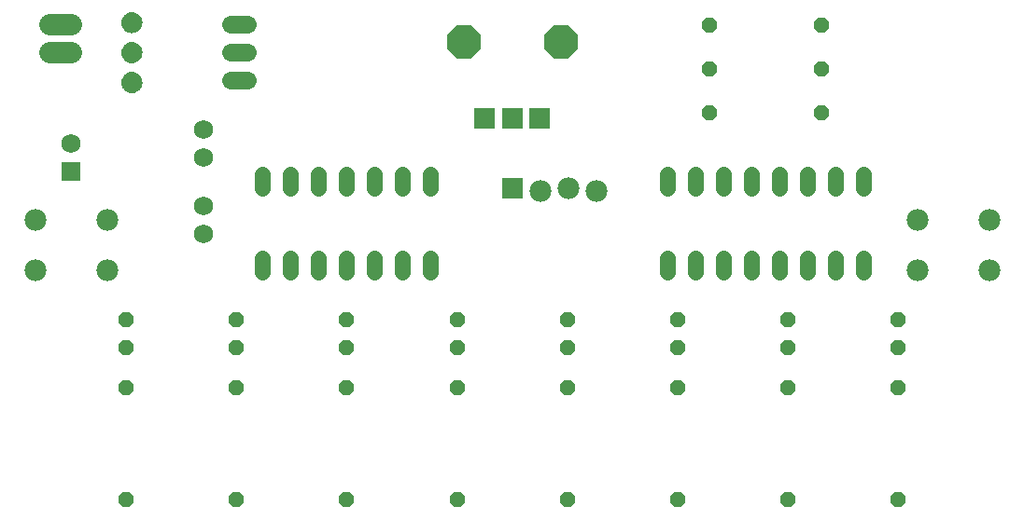
<source format=gbs>
G75*
G70*
%OFA0B0*%
%FSLAX24Y24*%
%IPPOS*%
%LPD*%
%AMOC8*
5,1,8,0,0,1.08239X$1,22.5*
%
%ADD10C,0.0560*%
%ADD11OC8,0.0560*%
%ADD12R,0.0780X0.0780*%
%ADD13OC8,0.1221*%
%ADD14C,0.0780*%
%ADD15C,0.0690*%
%ADD16C,0.0640*%
%ADD17C,0.0780*%
%ADD18C,0.0050*%
%ADD19R,0.0690X0.0690*%
D10*
X008909Y008970D02*
X008909Y009490D01*
X009909Y009490D02*
X009909Y008970D01*
X010909Y008970D02*
X010909Y009490D01*
X011909Y009490D02*
X011909Y008970D01*
X012909Y008970D02*
X012909Y009490D01*
X013909Y009490D02*
X013909Y008970D01*
X014909Y008970D02*
X014909Y009490D01*
X014909Y011970D02*
X014909Y012490D01*
X013909Y012490D02*
X013909Y011970D01*
X012909Y011970D02*
X012909Y012490D01*
X011909Y012490D02*
X011909Y011970D01*
X010909Y011970D02*
X010909Y012490D01*
X009909Y012490D02*
X009909Y011970D01*
X008909Y011970D02*
X008909Y012490D01*
X023372Y012490D02*
X023372Y011970D01*
X024372Y011970D02*
X024372Y012490D01*
X025372Y012490D02*
X025372Y011970D01*
X026372Y011970D02*
X026372Y012490D01*
X027372Y012490D02*
X027372Y011970D01*
X028372Y011970D02*
X028372Y012490D01*
X029372Y012490D02*
X029372Y011970D01*
X030372Y011970D02*
X030372Y012490D01*
X030372Y009490D02*
X030372Y008970D01*
X029372Y008970D02*
X029372Y009490D01*
X028372Y009490D02*
X028372Y008970D01*
X027372Y008970D02*
X027372Y009490D01*
X026372Y009490D02*
X026372Y008970D01*
X025372Y008970D02*
X025372Y009490D01*
X024372Y009490D02*
X024372Y008970D01*
X023372Y008970D02*
X023372Y009490D01*
D11*
X004037Y000856D03*
X007974Y000856D03*
X011911Y000856D03*
X015848Y000856D03*
X019785Y000856D03*
X023722Y000856D03*
X027659Y000856D03*
X031596Y000856D03*
X031596Y004856D03*
X031596Y006293D03*
X031596Y007293D03*
X027659Y007293D03*
X027659Y006293D03*
X027659Y004856D03*
X023722Y004856D03*
X023722Y006293D03*
X023722Y007293D03*
X019785Y007293D03*
X019785Y006293D03*
X019785Y004856D03*
X015848Y004856D03*
X015848Y006293D03*
X015848Y007293D03*
X011911Y007293D03*
X011911Y006293D03*
X011911Y004856D03*
X007974Y004856D03*
X007974Y006293D03*
X007974Y007293D03*
X004037Y007293D03*
X004037Y006293D03*
X004037Y004856D03*
X024872Y014667D03*
X024872Y016242D03*
X024872Y017817D03*
X028872Y017817D03*
X028872Y016242D03*
X028872Y014667D03*
D12*
X018801Y014470D03*
X017817Y014470D03*
X016832Y014470D03*
X017817Y011961D03*
D13*
X019549Y017226D03*
X016084Y017226D03*
D14*
X019817Y011961D03*
X020817Y011861D03*
X018817Y011861D03*
X032285Y010833D03*
X034845Y010833D03*
X034845Y009053D03*
X032285Y009053D03*
X003349Y009053D03*
X000789Y009053D03*
X000789Y010833D03*
X003349Y010833D03*
D15*
X006793Y010336D03*
X006793Y011336D03*
X006793Y013076D03*
X006793Y014076D03*
X002069Y013592D03*
D16*
X007749Y015832D02*
X008349Y015832D01*
X008349Y016832D02*
X007749Y016832D01*
X007749Y017832D02*
X008349Y017832D01*
D17*
X002045Y017832D02*
X001305Y017832D01*
X001305Y016832D02*
X002045Y016832D01*
D18*
X003889Y016824D02*
X003895Y016893D01*
X003915Y016959D01*
X003947Y017020D01*
X003991Y017074D01*
X004044Y017118D01*
X004105Y017151D01*
X004171Y017171D01*
X004240Y017178D01*
X004307Y017171D01*
X004371Y017150D01*
X004430Y017117D01*
X004481Y017074D01*
X004523Y017021D01*
X004554Y016961D01*
X004572Y016896D01*
X004578Y016829D01*
X004571Y016762D01*
X004550Y016698D01*
X004518Y016638D01*
X004475Y016587D01*
X004422Y016544D01*
X004362Y016513D01*
X004297Y016494D01*
X004230Y016488D01*
X004164Y016494D01*
X004100Y016513D01*
X004041Y016544D01*
X003990Y016586D01*
X003947Y016637D01*
X003916Y016695D01*
X003896Y016758D01*
X003889Y016824D01*
X003890Y016833D02*
X004578Y016833D01*
X004574Y016881D02*
X003894Y016881D01*
X003906Y016930D02*
X004563Y016930D01*
X004545Y016978D02*
X003925Y016978D01*
X003952Y017027D02*
X004519Y017027D01*
X004480Y017075D02*
X003992Y017075D01*
X004054Y017124D02*
X004419Y017124D01*
X004294Y017172D02*
X004179Y017172D01*
X004227Y017557D02*
X004294Y017562D01*
X004359Y017581D01*
X004419Y017611D01*
X004472Y017653D01*
X004516Y017704D01*
X004549Y017763D01*
X004570Y017827D01*
X004578Y017894D01*
X004572Y017962D01*
X004553Y018028D01*
X004521Y018089D01*
X004478Y018142D01*
X003988Y018142D01*
X003987Y018142D02*
X004040Y018186D01*
X004100Y018218D01*
X004165Y018239D01*
X004233Y018246D01*
X004301Y018239D01*
X004366Y018218D01*
X004426Y018186D01*
X004478Y018142D01*
X004517Y018094D02*
X003949Y018094D01*
X003945Y018088D02*
X003987Y018142D01*
X003945Y018088D02*
X003913Y018028D01*
X003894Y017962D01*
X003888Y017894D01*
X003895Y017828D01*
X003914Y017765D01*
X003945Y017707D01*
X003988Y017656D01*
X004039Y017614D01*
X004097Y017583D01*
X004161Y017564D01*
X004227Y017557D01*
X004197Y017560D02*
X004263Y017560D01*
X004414Y017609D02*
X004048Y017609D01*
X003986Y017657D02*
X004476Y017657D01*
X004517Y017706D02*
X003946Y017706D01*
X003920Y017754D02*
X004544Y017754D01*
X004562Y017803D02*
X003902Y017803D01*
X003892Y017851D02*
X004573Y017851D01*
X004577Y017900D02*
X003888Y017900D01*
X003893Y017948D02*
X004573Y017948D01*
X004562Y017997D02*
X003904Y017997D01*
X003922Y018045D02*
X004544Y018045D01*
X004417Y018191D02*
X004049Y018191D01*
X004167Y018239D02*
X004299Y018239D01*
X004573Y016784D02*
X003893Y016784D01*
X003903Y016736D02*
X004562Y016736D01*
X004545Y016687D02*
X003920Y016687D01*
X003946Y016639D02*
X004518Y016639D01*
X004477Y016590D02*
X003986Y016590D01*
X004046Y016542D02*
X004417Y016542D01*
X004285Y016493D02*
X004177Y016493D01*
X004199Y016105D02*
X004274Y016105D01*
X004307Y016101D02*
X004239Y016109D01*
X004170Y016102D01*
X004104Y016081D01*
X004043Y016048D01*
X003989Y016004D01*
X003946Y015950D01*
X003914Y015888D01*
X003894Y015821D01*
X003888Y015752D01*
X003895Y015686D01*
X003915Y015623D01*
X003947Y015564D01*
X003990Y015513D01*
X004042Y015471D01*
X004101Y015441D01*
X004165Y015422D01*
X004232Y015416D01*
X004299Y015422D01*
X004363Y015440D01*
X004423Y015470D01*
X004476Y015512D01*
X004520Y015563D01*
X004552Y015622D01*
X004573Y015686D01*
X004581Y015752D01*
X004576Y015821D01*
X004557Y015887D01*
X004526Y015948D01*
X004484Y016002D01*
X004432Y016046D01*
X004372Y016080D01*
X004307Y016101D01*
X004413Y016057D02*
X004058Y016057D01*
X003995Y016008D02*
X004476Y016008D01*
X004517Y015960D02*
X003954Y015960D01*
X003926Y015911D02*
X004545Y015911D01*
X004564Y015863D02*
X003906Y015863D01*
X003893Y015814D02*
X004576Y015814D01*
X004580Y015766D02*
X003889Y015766D01*
X003892Y015717D02*
X004577Y015717D01*
X004568Y015669D02*
X003901Y015669D01*
X003917Y015620D02*
X004551Y015620D01*
X004524Y015572D02*
X003943Y015572D01*
X003982Y015523D02*
X004485Y015523D01*
X004429Y015475D02*
X004038Y015475D01*
X004151Y015426D02*
X004315Y015426D01*
D19*
X002069Y012592D03*
M02*

</source>
